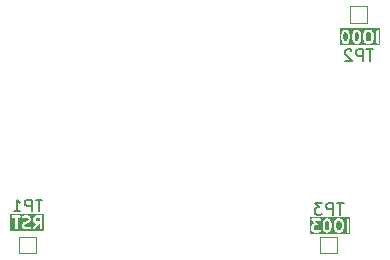
<source format=gbr>
%TF.GenerationSoftware,KiCad,Pcbnew,8.0.6*%
%TF.CreationDate,2025-01-21T08:23:13-05:00*%
%TF.ProjectId,vga_test,7667615f-7465-4737-942e-6b696361645f,rev?*%
%TF.SameCoordinates,Original*%
%TF.FileFunction,Legend,Bot*%
%TF.FilePolarity,Positive*%
%FSLAX46Y46*%
G04 Gerber Fmt 4.6, Leading zero omitted, Abs format (unit mm)*
G04 Created by KiCad (PCBNEW 8.0.6) date 2025-01-21 08:23:13*
%MOMM*%
%LPD*%
G01*
G04 APERTURE LIST*
%ADD10C,0.200000*%
%ADD11C,0.150000*%
%ADD12C,0.120000*%
G04 APERTURE END LIST*
D10*
G36*
X106509662Y-66507024D02*
G01*
X106534331Y-66531692D01*
X106569784Y-66602599D01*
X106611755Y-66770480D01*
X106611755Y-66983956D01*
X106569784Y-67151837D01*
X106534331Y-67222743D01*
X106509662Y-67247413D01*
X106450053Y-67277219D01*
X106402029Y-67277219D01*
X106342419Y-67247414D01*
X106317752Y-67222746D01*
X106282297Y-67151837D01*
X106240327Y-66983956D01*
X106240327Y-66770481D01*
X106282297Y-66602599D01*
X106317751Y-66531692D01*
X106342419Y-66507023D01*
X106402029Y-66477219D01*
X106450053Y-66477219D01*
X106509662Y-66507024D01*
G37*
G36*
X107462043Y-66507024D02*
G01*
X107486712Y-66531692D01*
X107522165Y-66602599D01*
X107564136Y-66770480D01*
X107564136Y-66983956D01*
X107522165Y-67151837D01*
X107486712Y-67222743D01*
X107462043Y-67247413D01*
X107402434Y-67277219D01*
X107354410Y-67277219D01*
X107294800Y-67247414D01*
X107270133Y-67222746D01*
X107234678Y-67151837D01*
X107192708Y-66983956D01*
X107192708Y-66770481D01*
X107234678Y-66602599D01*
X107270132Y-66531692D01*
X107294800Y-66507023D01*
X107354410Y-66477219D01*
X107402434Y-66477219D01*
X107462043Y-66507024D01*
G37*
G36*
X108509661Y-66507023D02*
G01*
X108573840Y-66571202D01*
X108611755Y-66722861D01*
X108611755Y-67031575D01*
X108573839Y-67183235D01*
X108509663Y-67247413D01*
X108450053Y-67277219D01*
X108306791Y-67277219D01*
X108247181Y-67247414D01*
X108183004Y-67183236D01*
X108145089Y-67031575D01*
X108145089Y-66722862D01*
X108183004Y-66571202D01*
X108247183Y-66507023D01*
X108306791Y-66477219D01*
X108450053Y-66477219D01*
X108509661Y-66507023D01*
G37*
G36*
X109351437Y-67588330D02*
G01*
X105929216Y-67588330D01*
X105929216Y-66758171D01*
X106040327Y-66758171D01*
X106040327Y-66996266D01*
X106040662Y-66999668D01*
X106040445Y-67001127D01*
X106041524Y-67008424D01*
X106042248Y-67015775D01*
X106042812Y-67017138D01*
X106043313Y-67020520D01*
X106090932Y-67210995D01*
X106091445Y-67212432D01*
X106091497Y-67213155D01*
X106094605Y-67221279D01*
X106097527Y-67229456D01*
X106097957Y-67230036D01*
X106098503Y-67231463D01*
X106146122Y-67326701D01*
X106151405Y-67335093D01*
X106152417Y-67337537D01*
X106154673Y-67340286D01*
X106156565Y-67343291D01*
X106158559Y-67345020D01*
X106164854Y-67352690D01*
X106212472Y-67400310D01*
X106220140Y-67406603D01*
X106221872Y-67408600D01*
X106224880Y-67410493D01*
X106227626Y-67412747D01*
X106230066Y-67413757D01*
X106238463Y-67419043D01*
X106333700Y-67466662D01*
X106352009Y-67473668D01*
X106355592Y-67473922D01*
X106358913Y-67475298D01*
X106378422Y-67477219D01*
X106473660Y-67477219D01*
X106493169Y-67475298D01*
X106496489Y-67473922D01*
X106500073Y-67473668D01*
X106518381Y-67466662D01*
X106613619Y-67419043D01*
X106622014Y-67413758D01*
X106624456Y-67412747D01*
X106627203Y-67410491D01*
X106630209Y-67408600D01*
X106631939Y-67406605D01*
X106639609Y-67400310D01*
X106687228Y-67352690D01*
X106693520Y-67345023D01*
X106695517Y-67343292D01*
X106697410Y-67340284D01*
X106699665Y-67337537D01*
X106700676Y-67335095D01*
X106705960Y-67326701D01*
X106753579Y-67231464D01*
X106754125Y-67230035D01*
X106754555Y-67229456D01*
X106757476Y-67221279D01*
X106760585Y-67213155D01*
X106760636Y-67212434D01*
X106761150Y-67210996D01*
X106808769Y-67020520D01*
X106809269Y-67017138D01*
X106809834Y-67015775D01*
X106810557Y-67008424D01*
X106811637Y-67001127D01*
X106811419Y-66999668D01*
X106811755Y-66996266D01*
X106811755Y-66758171D01*
X106992708Y-66758171D01*
X106992708Y-66996266D01*
X106993043Y-66999668D01*
X106992826Y-67001127D01*
X106993905Y-67008424D01*
X106994629Y-67015775D01*
X106995193Y-67017138D01*
X106995694Y-67020520D01*
X107043313Y-67210995D01*
X107043826Y-67212432D01*
X107043878Y-67213155D01*
X107046986Y-67221279D01*
X107049908Y-67229456D01*
X107050338Y-67230036D01*
X107050884Y-67231463D01*
X107098503Y-67326701D01*
X107103786Y-67335093D01*
X107104798Y-67337537D01*
X107107054Y-67340286D01*
X107108946Y-67343291D01*
X107110940Y-67345020D01*
X107117235Y-67352690D01*
X107164853Y-67400310D01*
X107172521Y-67406603D01*
X107174253Y-67408600D01*
X107177261Y-67410493D01*
X107180007Y-67412747D01*
X107182447Y-67413757D01*
X107190844Y-67419043D01*
X107286081Y-67466662D01*
X107304390Y-67473668D01*
X107307973Y-67473922D01*
X107311294Y-67475298D01*
X107330803Y-67477219D01*
X107426041Y-67477219D01*
X107445550Y-67475298D01*
X107448870Y-67473922D01*
X107452454Y-67473668D01*
X107470762Y-67466662D01*
X107566000Y-67419043D01*
X107574395Y-67413758D01*
X107576837Y-67412747D01*
X107579584Y-67410491D01*
X107582590Y-67408600D01*
X107584320Y-67406605D01*
X107591990Y-67400310D01*
X107639609Y-67352690D01*
X107645901Y-67345023D01*
X107647898Y-67343292D01*
X107649791Y-67340284D01*
X107652046Y-67337537D01*
X107653057Y-67335095D01*
X107658341Y-67326701D01*
X107705960Y-67231464D01*
X107706506Y-67230035D01*
X107706936Y-67229456D01*
X107709857Y-67221279D01*
X107712966Y-67213155D01*
X107713017Y-67212434D01*
X107713531Y-67210996D01*
X107761150Y-67020520D01*
X107761650Y-67017138D01*
X107762215Y-67015775D01*
X107762938Y-67008424D01*
X107764018Y-67001127D01*
X107763800Y-66999668D01*
X107764136Y-66996266D01*
X107764136Y-66758171D01*
X107763800Y-66754768D01*
X107764018Y-66753310D01*
X107762938Y-66746012D01*
X107762215Y-66738662D01*
X107761650Y-66737298D01*
X107761150Y-66733917D01*
X107755309Y-66710552D01*
X107945089Y-66710552D01*
X107945089Y-67043885D01*
X107945424Y-67047287D01*
X107945207Y-67048746D01*
X107946286Y-67056043D01*
X107947010Y-67063394D01*
X107947574Y-67064757D01*
X107948075Y-67068139D01*
X107995694Y-67258614D01*
X108002289Y-67277075D01*
X108006714Y-67283047D01*
X108009560Y-67289918D01*
X108021997Y-67305071D01*
X108117235Y-67400311D01*
X108124903Y-67406604D01*
X108126634Y-67408600D01*
X108129641Y-67410493D01*
X108132388Y-67412747D01*
X108134828Y-67413757D01*
X108143225Y-67419043D01*
X108238462Y-67466662D01*
X108256771Y-67473668D01*
X108260354Y-67473922D01*
X108263675Y-67475298D01*
X108283184Y-67477219D01*
X108473660Y-67477219D01*
X108493169Y-67475298D01*
X108496489Y-67473922D01*
X108500073Y-67473668D01*
X108518381Y-67466662D01*
X108613619Y-67419043D01*
X108622014Y-67413758D01*
X108624456Y-67412747D01*
X108627203Y-67410491D01*
X108630209Y-67408600D01*
X108631939Y-67406605D01*
X108639609Y-67400310D01*
X108734847Y-67305071D01*
X108747284Y-67289918D01*
X108750129Y-67283047D01*
X108754555Y-67277075D01*
X108761150Y-67258615D01*
X108808769Y-67068139D01*
X108809269Y-67064757D01*
X108809834Y-67063394D01*
X108810557Y-67056043D01*
X108811637Y-67048746D01*
X108811419Y-67047287D01*
X108811755Y-67043885D01*
X108811755Y-66710552D01*
X108811419Y-66707149D01*
X108811637Y-66705691D01*
X108810557Y-66698393D01*
X108809834Y-66691043D01*
X108809269Y-66689679D01*
X108808769Y-66686298D01*
X108761150Y-66495822D01*
X108754555Y-66477362D01*
X108750128Y-66471387D01*
X108747283Y-66464519D01*
X108734847Y-66449365D01*
X108662701Y-66377219D01*
X109040326Y-66377219D01*
X109040326Y-67377219D01*
X109042247Y-67396728D01*
X109057179Y-67432776D01*
X109084769Y-67460366D01*
X109120817Y-67475298D01*
X109159835Y-67475298D01*
X109195883Y-67460366D01*
X109223473Y-67432776D01*
X109238405Y-67396728D01*
X109240326Y-67377219D01*
X109240326Y-66377219D01*
X109238405Y-66357710D01*
X109223473Y-66321662D01*
X109195883Y-66294072D01*
X109159835Y-66279140D01*
X109120817Y-66279140D01*
X109084769Y-66294072D01*
X109057179Y-66321662D01*
X109042247Y-66357710D01*
X109040326Y-66377219D01*
X108662701Y-66377219D01*
X108639609Y-66354127D01*
X108631938Y-66347832D01*
X108630209Y-66345838D01*
X108627201Y-66343944D01*
X108624455Y-66341691D01*
X108622015Y-66340680D01*
X108613619Y-66335395D01*
X108518381Y-66287776D01*
X108500073Y-66280770D01*
X108496489Y-66280515D01*
X108493169Y-66279140D01*
X108473660Y-66277219D01*
X108283184Y-66277219D01*
X108263675Y-66279140D01*
X108260354Y-66280515D01*
X108256771Y-66280770D01*
X108238462Y-66287776D01*
X108143225Y-66335395D01*
X108134826Y-66340681D01*
X108132389Y-66341691D01*
X108129645Y-66343942D01*
X108126634Y-66345838D01*
X108124901Y-66347835D01*
X108117235Y-66354127D01*
X108021997Y-66449365D01*
X108009561Y-66464519D01*
X108006715Y-66471387D01*
X108002289Y-66477362D01*
X107995694Y-66495823D01*
X107948075Y-66686298D01*
X107947574Y-66689679D01*
X107947010Y-66691043D01*
X107946286Y-66698393D01*
X107945207Y-66705691D01*
X107945424Y-66707149D01*
X107945089Y-66710552D01*
X107755309Y-66710552D01*
X107713531Y-66543441D01*
X107713017Y-66542002D01*
X107712966Y-66541282D01*
X107709857Y-66533157D01*
X107706936Y-66524981D01*
X107706506Y-66524401D01*
X107705960Y-66522973D01*
X107658341Y-66427736D01*
X107653055Y-66419339D01*
X107652045Y-66416899D01*
X107649791Y-66414153D01*
X107647898Y-66411145D01*
X107645900Y-66409412D01*
X107639608Y-66401746D01*
X107591990Y-66354127D01*
X107584319Y-66347832D01*
X107582590Y-66345838D01*
X107579582Y-66343944D01*
X107576836Y-66341691D01*
X107574396Y-66340680D01*
X107566000Y-66335395D01*
X107470762Y-66287776D01*
X107452454Y-66280770D01*
X107448870Y-66280515D01*
X107445550Y-66279140D01*
X107426041Y-66277219D01*
X107330803Y-66277219D01*
X107311294Y-66279140D01*
X107307973Y-66280515D01*
X107304390Y-66280770D01*
X107286081Y-66287776D01*
X107190844Y-66335395D01*
X107182447Y-66340680D01*
X107180007Y-66341691D01*
X107177261Y-66343944D01*
X107174253Y-66345838D01*
X107172520Y-66347835D01*
X107164854Y-66354128D01*
X107117235Y-66401746D01*
X107110940Y-66409416D01*
X107108946Y-66411146D01*
X107107052Y-66414153D01*
X107104799Y-66416900D01*
X107103788Y-66419339D01*
X107098503Y-66427736D01*
X107050884Y-66522974D01*
X107050338Y-66524400D01*
X107049908Y-66524981D01*
X107046986Y-66533157D01*
X107043878Y-66541282D01*
X107043826Y-66542004D01*
X107043313Y-66543442D01*
X106995694Y-66733917D01*
X106995193Y-66737298D01*
X106994629Y-66738662D01*
X106993905Y-66746012D01*
X106992826Y-66753310D01*
X106993043Y-66754768D01*
X106992708Y-66758171D01*
X106811755Y-66758171D01*
X106811419Y-66754768D01*
X106811637Y-66753310D01*
X106810557Y-66746012D01*
X106809834Y-66738662D01*
X106809269Y-66737298D01*
X106808769Y-66733917D01*
X106761150Y-66543441D01*
X106760636Y-66542002D01*
X106760585Y-66541282D01*
X106757476Y-66533157D01*
X106754555Y-66524981D01*
X106754125Y-66524401D01*
X106753579Y-66522973D01*
X106705960Y-66427736D01*
X106700674Y-66419339D01*
X106699664Y-66416899D01*
X106697410Y-66414153D01*
X106695517Y-66411145D01*
X106693519Y-66409412D01*
X106687227Y-66401746D01*
X106639609Y-66354127D01*
X106631938Y-66347832D01*
X106630209Y-66345838D01*
X106627201Y-66343944D01*
X106624455Y-66341691D01*
X106622015Y-66340680D01*
X106613619Y-66335395D01*
X106518381Y-66287776D01*
X106500073Y-66280770D01*
X106496489Y-66280515D01*
X106493169Y-66279140D01*
X106473660Y-66277219D01*
X106378422Y-66277219D01*
X106358913Y-66279140D01*
X106355592Y-66280515D01*
X106352009Y-66280770D01*
X106333700Y-66287776D01*
X106238463Y-66335395D01*
X106230066Y-66340680D01*
X106227626Y-66341691D01*
X106224880Y-66343944D01*
X106221872Y-66345838D01*
X106220139Y-66347835D01*
X106212473Y-66354128D01*
X106164854Y-66401746D01*
X106158559Y-66409416D01*
X106156565Y-66411146D01*
X106154671Y-66414153D01*
X106152418Y-66416900D01*
X106151407Y-66419339D01*
X106146122Y-66427736D01*
X106098503Y-66522974D01*
X106097957Y-66524400D01*
X106097527Y-66524981D01*
X106094605Y-66533157D01*
X106091497Y-66541282D01*
X106091445Y-66542004D01*
X106090932Y-66543442D01*
X106043313Y-66733917D01*
X106042812Y-66737298D01*
X106042248Y-66738662D01*
X106041524Y-66746012D01*
X106040445Y-66753310D01*
X106040662Y-66754768D01*
X106040327Y-66758171D01*
X105929216Y-66758171D01*
X105929216Y-66166108D01*
X109351437Y-66166108D01*
X109351437Y-67588330D01*
G37*
G36*
X104952043Y-82497024D02*
G01*
X104976712Y-82521692D01*
X105012165Y-82592599D01*
X105054136Y-82760480D01*
X105054136Y-82973956D01*
X105012165Y-83141837D01*
X104976712Y-83212743D01*
X104952043Y-83237413D01*
X104892434Y-83267219D01*
X104844410Y-83267219D01*
X104784800Y-83237414D01*
X104760133Y-83212746D01*
X104724678Y-83141837D01*
X104682708Y-82973956D01*
X104682708Y-82760481D01*
X104724678Y-82592599D01*
X104760132Y-82521692D01*
X104784800Y-82497023D01*
X104844410Y-82467219D01*
X104892434Y-82467219D01*
X104952043Y-82497024D01*
G37*
G36*
X105999661Y-82497023D02*
G01*
X106063840Y-82561202D01*
X106101755Y-82712861D01*
X106101755Y-83021575D01*
X106063839Y-83173235D01*
X105999663Y-83237413D01*
X105940053Y-83267219D01*
X105796791Y-83267219D01*
X105737181Y-83237414D01*
X105673004Y-83173236D01*
X105635089Y-83021575D01*
X105635089Y-82712862D01*
X105673004Y-82561202D01*
X105737183Y-82497023D01*
X105796791Y-82467219D01*
X105940053Y-82467219D01*
X105999661Y-82497023D01*
G37*
G36*
X106841437Y-83578330D02*
G01*
X103419216Y-83578330D01*
X103419216Y-82938647D01*
X103530327Y-82938647D01*
X103530327Y-83176742D01*
X103532248Y-83196251D01*
X103533623Y-83199571D01*
X103533878Y-83203155D01*
X103540884Y-83221463D01*
X103588503Y-83316701D01*
X103593786Y-83325093D01*
X103594798Y-83327537D01*
X103597054Y-83330286D01*
X103598946Y-83333291D01*
X103600940Y-83335020D01*
X103607235Y-83342690D01*
X103654853Y-83390310D01*
X103662521Y-83396603D01*
X103664253Y-83398600D01*
X103667261Y-83400493D01*
X103670007Y-83402747D01*
X103672447Y-83403757D01*
X103680844Y-83409043D01*
X103776081Y-83456662D01*
X103794390Y-83463668D01*
X103797973Y-83463922D01*
X103801294Y-83465298D01*
X103820803Y-83467219D01*
X104106517Y-83467219D01*
X104126026Y-83465298D01*
X104129346Y-83463922D01*
X104132930Y-83463668D01*
X104151238Y-83456662D01*
X104246476Y-83409043D01*
X104254871Y-83403758D01*
X104257313Y-83402747D01*
X104260060Y-83400491D01*
X104263066Y-83398600D01*
X104264796Y-83396605D01*
X104272466Y-83390310D01*
X104320085Y-83342690D01*
X104332522Y-83327537D01*
X104347453Y-83291488D01*
X104347452Y-83252470D01*
X104332521Y-83216422D01*
X104304930Y-83188832D01*
X104268882Y-83173901D01*
X104229864Y-83173902D01*
X104193816Y-83188833D01*
X104178662Y-83201270D01*
X104142519Y-83237413D01*
X104082910Y-83267219D01*
X103844410Y-83267219D01*
X103784800Y-83237414D01*
X103760133Y-83212746D01*
X103730327Y-83153134D01*
X103730327Y-82962254D01*
X103760132Y-82902644D01*
X103784800Y-82877975D01*
X103844410Y-82848171D01*
X103963660Y-82848171D01*
X103973977Y-82847155D01*
X103976602Y-82847330D01*
X103978409Y-82846718D01*
X103983169Y-82846250D01*
X103998172Y-82840035D01*
X104013564Y-82834830D01*
X104016103Y-82832607D01*
X104019217Y-82831318D01*
X104030694Y-82819840D01*
X104042928Y-82809136D01*
X104044423Y-82806111D01*
X104046807Y-82803728D01*
X104053021Y-82788726D01*
X104060224Y-82774161D01*
X104060448Y-82770795D01*
X104061739Y-82767680D01*
X104061739Y-82751431D01*
X104061956Y-82748171D01*
X104482708Y-82748171D01*
X104482708Y-82986266D01*
X104483043Y-82989668D01*
X104482826Y-82991127D01*
X104483905Y-82998424D01*
X104484629Y-83005775D01*
X104485193Y-83007138D01*
X104485694Y-83010520D01*
X104533313Y-83200995D01*
X104533826Y-83202432D01*
X104533878Y-83203155D01*
X104536986Y-83211279D01*
X104539908Y-83219456D01*
X104540338Y-83220036D01*
X104540884Y-83221463D01*
X104588503Y-83316701D01*
X104593786Y-83325093D01*
X104594798Y-83327537D01*
X104597054Y-83330286D01*
X104598946Y-83333291D01*
X104600940Y-83335020D01*
X104607235Y-83342690D01*
X104654853Y-83390310D01*
X104662521Y-83396603D01*
X104664253Y-83398600D01*
X104667261Y-83400493D01*
X104670007Y-83402747D01*
X104672447Y-83403757D01*
X104680844Y-83409043D01*
X104776081Y-83456662D01*
X104794390Y-83463668D01*
X104797973Y-83463922D01*
X104801294Y-83465298D01*
X104820803Y-83467219D01*
X104916041Y-83467219D01*
X104935550Y-83465298D01*
X104938870Y-83463922D01*
X104942454Y-83463668D01*
X104960762Y-83456662D01*
X105056000Y-83409043D01*
X105064395Y-83403758D01*
X105066837Y-83402747D01*
X105069584Y-83400491D01*
X105072590Y-83398600D01*
X105074320Y-83396605D01*
X105081990Y-83390310D01*
X105129609Y-83342690D01*
X105135901Y-83335023D01*
X105137898Y-83333292D01*
X105139791Y-83330284D01*
X105142046Y-83327537D01*
X105143057Y-83325095D01*
X105148341Y-83316701D01*
X105195960Y-83221464D01*
X105196506Y-83220035D01*
X105196936Y-83219456D01*
X105199857Y-83211279D01*
X105202966Y-83203155D01*
X105203017Y-83202434D01*
X105203531Y-83200996D01*
X105251150Y-83010520D01*
X105251650Y-83007138D01*
X105252215Y-83005775D01*
X105252938Y-82998424D01*
X105254018Y-82991127D01*
X105253800Y-82989668D01*
X105254136Y-82986266D01*
X105254136Y-82748171D01*
X105253800Y-82744768D01*
X105254018Y-82743310D01*
X105252938Y-82736012D01*
X105252215Y-82728662D01*
X105251650Y-82727298D01*
X105251150Y-82723917D01*
X105245309Y-82700552D01*
X105435089Y-82700552D01*
X105435089Y-83033885D01*
X105435424Y-83037287D01*
X105435207Y-83038746D01*
X105436286Y-83046043D01*
X105437010Y-83053394D01*
X105437574Y-83054757D01*
X105438075Y-83058139D01*
X105485694Y-83248614D01*
X105492289Y-83267075D01*
X105496714Y-83273047D01*
X105499560Y-83279918D01*
X105511997Y-83295071D01*
X105607235Y-83390311D01*
X105614903Y-83396604D01*
X105616634Y-83398600D01*
X105619641Y-83400493D01*
X105622388Y-83402747D01*
X105624828Y-83403757D01*
X105633225Y-83409043D01*
X105728462Y-83456662D01*
X105746771Y-83463668D01*
X105750354Y-83463922D01*
X105753675Y-83465298D01*
X105773184Y-83467219D01*
X105963660Y-83467219D01*
X105983169Y-83465298D01*
X105986489Y-83463922D01*
X105990073Y-83463668D01*
X106008381Y-83456662D01*
X106103619Y-83409043D01*
X106112014Y-83403758D01*
X106114456Y-83402747D01*
X106117203Y-83400491D01*
X106120209Y-83398600D01*
X106121939Y-83396605D01*
X106129609Y-83390310D01*
X106224847Y-83295071D01*
X106237284Y-83279918D01*
X106240129Y-83273047D01*
X106244555Y-83267075D01*
X106251150Y-83248615D01*
X106298769Y-83058139D01*
X106299269Y-83054757D01*
X106299834Y-83053394D01*
X106300557Y-83046043D01*
X106301637Y-83038746D01*
X106301419Y-83037287D01*
X106301755Y-83033885D01*
X106301755Y-82700552D01*
X106301419Y-82697149D01*
X106301637Y-82695691D01*
X106300557Y-82688393D01*
X106299834Y-82681043D01*
X106299269Y-82679679D01*
X106298769Y-82676298D01*
X106251150Y-82485822D01*
X106244555Y-82467362D01*
X106240128Y-82461387D01*
X106237283Y-82454519D01*
X106224847Y-82439365D01*
X106152701Y-82367219D01*
X106530326Y-82367219D01*
X106530326Y-83367219D01*
X106532247Y-83386728D01*
X106547179Y-83422776D01*
X106574769Y-83450366D01*
X106610817Y-83465298D01*
X106649835Y-83465298D01*
X106685883Y-83450366D01*
X106713473Y-83422776D01*
X106728405Y-83386728D01*
X106730326Y-83367219D01*
X106730326Y-82367219D01*
X106728405Y-82347710D01*
X106713473Y-82311662D01*
X106685883Y-82284072D01*
X106649835Y-82269140D01*
X106610817Y-82269140D01*
X106574769Y-82284072D01*
X106547179Y-82311662D01*
X106532247Y-82347710D01*
X106530326Y-82367219D01*
X106152701Y-82367219D01*
X106129609Y-82344127D01*
X106121938Y-82337832D01*
X106120209Y-82335838D01*
X106117201Y-82333944D01*
X106114455Y-82331691D01*
X106112015Y-82330680D01*
X106103619Y-82325395D01*
X106008381Y-82277776D01*
X105990073Y-82270770D01*
X105986489Y-82270515D01*
X105983169Y-82269140D01*
X105963660Y-82267219D01*
X105773184Y-82267219D01*
X105753675Y-82269140D01*
X105750354Y-82270515D01*
X105746771Y-82270770D01*
X105728462Y-82277776D01*
X105633225Y-82325395D01*
X105624826Y-82330681D01*
X105622389Y-82331691D01*
X105619645Y-82333942D01*
X105616634Y-82335838D01*
X105614901Y-82337835D01*
X105607235Y-82344127D01*
X105511997Y-82439365D01*
X105499561Y-82454519D01*
X105496715Y-82461387D01*
X105492289Y-82467362D01*
X105485694Y-82485823D01*
X105438075Y-82676298D01*
X105437574Y-82679679D01*
X105437010Y-82681043D01*
X105436286Y-82688393D01*
X105435207Y-82695691D01*
X105435424Y-82697149D01*
X105435089Y-82700552D01*
X105245309Y-82700552D01*
X105203531Y-82533441D01*
X105203017Y-82532002D01*
X105202966Y-82531282D01*
X105199857Y-82523157D01*
X105196936Y-82514981D01*
X105196506Y-82514401D01*
X105195960Y-82512973D01*
X105148341Y-82417736D01*
X105143055Y-82409339D01*
X105142045Y-82406899D01*
X105139791Y-82404153D01*
X105137898Y-82401145D01*
X105135900Y-82399412D01*
X105129608Y-82391746D01*
X105081990Y-82344127D01*
X105074319Y-82337832D01*
X105072590Y-82335838D01*
X105069582Y-82333944D01*
X105066836Y-82331691D01*
X105064396Y-82330680D01*
X105056000Y-82325395D01*
X104960762Y-82277776D01*
X104942454Y-82270770D01*
X104938870Y-82270515D01*
X104935550Y-82269140D01*
X104916041Y-82267219D01*
X104820803Y-82267219D01*
X104801294Y-82269140D01*
X104797973Y-82270515D01*
X104794390Y-82270770D01*
X104776081Y-82277776D01*
X104680844Y-82325395D01*
X104672447Y-82330680D01*
X104670007Y-82331691D01*
X104667261Y-82333944D01*
X104664253Y-82335838D01*
X104662520Y-82337835D01*
X104654854Y-82344128D01*
X104607235Y-82391746D01*
X104600940Y-82399416D01*
X104598946Y-82401146D01*
X104597052Y-82404153D01*
X104594799Y-82406900D01*
X104593788Y-82409339D01*
X104588503Y-82417736D01*
X104540884Y-82512974D01*
X104540338Y-82514400D01*
X104539908Y-82514981D01*
X104536986Y-82523157D01*
X104533878Y-82531282D01*
X104533826Y-82532004D01*
X104533313Y-82533442D01*
X104485694Y-82723917D01*
X104485193Y-82727298D01*
X104484629Y-82728662D01*
X104483905Y-82736012D01*
X104482826Y-82743310D01*
X104483043Y-82744768D01*
X104482708Y-82748171D01*
X104061956Y-82748171D01*
X104062819Y-82735229D01*
X104061739Y-82732035D01*
X104061739Y-82728662D01*
X104055523Y-82713656D01*
X104050319Y-82698268D01*
X104047537Y-82694377D01*
X104046807Y-82692614D01*
X104044947Y-82690754D01*
X104038918Y-82682321D01*
X103850704Y-82467219D01*
X104249374Y-82467219D01*
X104268883Y-82465298D01*
X104304931Y-82450366D01*
X104332521Y-82422776D01*
X104347453Y-82386728D01*
X104347453Y-82347710D01*
X104332521Y-82311662D01*
X104304931Y-82284072D01*
X104268883Y-82269140D01*
X104249374Y-82267219D01*
X103630327Y-82267219D01*
X103620009Y-82268234D01*
X103617385Y-82268060D01*
X103615577Y-82268671D01*
X103610818Y-82269140D01*
X103595812Y-82275355D01*
X103580424Y-82280560D01*
X103577884Y-82282781D01*
X103574770Y-82284072D01*
X103563285Y-82295556D01*
X103551060Y-82306254D01*
X103549564Y-82309277D01*
X103547180Y-82311662D01*
X103540963Y-82326668D01*
X103533763Y-82341229D01*
X103533538Y-82344594D01*
X103532248Y-82347710D01*
X103532248Y-82363958D01*
X103531168Y-82380161D01*
X103532248Y-82383354D01*
X103532248Y-82386728D01*
X103538463Y-82401733D01*
X103543668Y-82417122D01*
X103546449Y-82421012D01*
X103547180Y-82422776D01*
X103549039Y-82424635D01*
X103555069Y-82433069D01*
X103759690Y-82666923D01*
X103680844Y-82706347D01*
X103672447Y-82711632D01*
X103670007Y-82712643D01*
X103667261Y-82714896D01*
X103664253Y-82716790D01*
X103662520Y-82718787D01*
X103654854Y-82725080D01*
X103607235Y-82772698D01*
X103600940Y-82780368D01*
X103598946Y-82782098D01*
X103597052Y-82785105D01*
X103594799Y-82787852D01*
X103593788Y-82790291D01*
X103588503Y-82798688D01*
X103540884Y-82893926D01*
X103533878Y-82912234D01*
X103533623Y-82915817D01*
X103532248Y-82919138D01*
X103530327Y-82938647D01*
X103419216Y-82938647D01*
X103419216Y-82156108D01*
X106841437Y-82156108D01*
X106841437Y-83578330D01*
G37*
G36*
X80553412Y-82523827D02*
G01*
X80296067Y-82523827D01*
X80236457Y-82494022D01*
X80211789Y-82469353D01*
X80181984Y-82409743D01*
X80181984Y-82314101D01*
X80211789Y-82254491D01*
X80236457Y-82229822D01*
X80296067Y-82200018D01*
X80553412Y-82200018D01*
X80553412Y-82523827D01*
G37*
G36*
X80864523Y-83311129D02*
G01*
X78063270Y-83311129D01*
X78063270Y-82080509D01*
X78174381Y-82080509D01*
X78174381Y-82119527D01*
X78189313Y-82155575D01*
X78216903Y-82183165D01*
X78252951Y-82198097D01*
X78272460Y-82200018D01*
X78458174Y-82200018D01*
X78458174Y-83100018D01*
X78460095Y-83119527D01*
X78475027Y-83155575D01*
X78502617Y-83183165D01*
X78538665Y-83198097D01*
X78577683Y-83198097D01*
X78613731Y-83183165D01*
X78641321Y-83155575D01*
X78656253Y-83119527D01*
X78658174Y-83100018D01*
X78658174Y-82814303D01*
X79029603Y-82814303D01*
X79029603Y-82909541D01*
X79031524Y-82929050D01*
X79032899Y-82932370D01*
X79033154Y-82935954D01*
X79040160Y-82954262D01*
X79087779Y-83049500D01*
X79093062Y-83057892D01*
X79094074Y-83060336D01*
X79096330Y-83063085D01*
X79098222Y-83066090D01*
X79100216Y-83067819D01*
X79106511Y-83075489D01*
X79154129Y-83123109D01*
X79161797Y-83129402D01*
X79163529Y-83131399D01*
X79166537Y-83133292D01*
X79169283Y-83135546D01*
X79171723Y-83136556D01*
X79180120Y-83141842D01*
X79275357Y-83189461D01*
X79293666Y-83196467D01*
X79297249Y-83196721D01*
X79300570Y-83198097D01*
X79320079Y-83200018D01*
X79558174Y-83200018D01*
X79568047Y-83199045D01*
X79570681Y-83199233D01*
X79574144Y-83198445D01*
X79577683Y-83198097D01*
X79580125Y-83197085D01*
X79589797Y-83194886D01*
X79732653Y-83147267D01*
X79750554Y-83139276D01*
X79780030Y-83113711D01*
X79797479Y-83078812D01*
X79800246Y-83039892D01*
X79787907Y-83002876D01*
X79762342Y-82973400D01*
X79727443Y-82955950D01*
X79688523Y-82953184D01*
X79669408Y-82957531D01*
X79541947Y-83000018D01*
X79343686Y-83000018D01*
X79284076Y-82970213D01*
X79259409Y-82945545D01*
X79229603Y-82885933D01*
X79229603Y-82837910D01*
X79259408Y-82778300D01*
X79284076Y-82753631D01*
X79354983Y-82718178D01*
X79534808Y-82673222D01*
X79536245Y-82672708D01*
X79536968Y-82672657D01*
X79545092Y-82669548D01*
X79553269Y-82666627D01*
X79553849Y-82666196D01*
X79555276Y-82665651D01*
X79650514Y-82618032D01*
X79658910Y-82612746D01*
X79661350Y-82611736D01*
X79664096Y-82609482D01*
X79667104Y-82607589D01*
X79668833Y-82605594D01*
X79676504Y-82599300D01*
X79724122Y-82551681D01*
X79730414Y-82544014D01*
X79732412Y-82542282D01*
X79734305Y-82539273D01*
X79736559Y-82536528D01*
X79737569Y-82534087D01*
X79742855Y-82525691D01*
X79790474Y-82430454D01*
X79797480Y-82412145D01*
X79797734Y-82408561D01*
X79799110Y-82405241D01*
X79801031Y-82385732D01*
X79801031Y-82290494D01*
X79981984Y-82290494D01*
X79981984Y-82433351D01*
X79983905Y-82452860D01*
X79985280Y-82456180D01*
X79985535Y-82459764D01*
X79992541Y-82478072D01*
X80040160Y-82573310D01*
X80045445Y-82581706D01*
X80046456Y-82584146D01*
X80048709Y-82586892D01*
X80050603Y-82589900D01*
X80052597Y-82591629D01*
X80058892Y-82599300D01*
X80106511Y-82646918D01*
X80114177Y-82653210D01*
X80115910Y-82655208D01*
X80118918Y-82657101D01*
X80121664Y-82659355D01*
X80124104Y-82660365D01*
X80132501Y-82665651D01*
X80227738Y-82713270D01*
X80230028Y-82714146D01*
X80000061Y-83042672D01*
X79990447Y-83059756D01*
X79982007Y-83097850D01*
X79988788Y-83136275D01*
X80009757Y-83169180D01*
X80041722Y-83191555D01*
X80079816Y-83199995D01*
X80118241Y-83193214D01*
X80151146Y-83172245D01*
X80163907Y-83157364D01*
X80467382Y-82723827D01*
X80553412Y-82723827D01*
X80553412Y-83100018D01*
X80555333Y-83119527D01*
X80570265Y-83155575D01*
X80597855Y-83183165D01*
X80633903Y-83198097D01*
X80672921Y-83198097D01*
X80708969Y-83183165D01*
X80736559Y-83155575D01*
X80751491Y-83119527D01*
X80753412Y-83100018D01*
X80753412Y-82100018D01*
X80751491Y-82080509D01*
X80736559Y-82044461D01*
X80708969Y-82016871D01*
X80672921Y-82001939D01*
X80653412Y-82000018D01*
X80272460Y-82000018D01*
X80252951Y-82001939D01*
X80249630Y-82003314D01*
X80246047Y-82003569D01*
X80227738Y-82010575D01*
X80132501Y-82058194D01*
X80124104Y-82063479D01*
X80121664Y-82064490D01*
X80118918Y-82066743D01*
X80115910Y-82068637D01*
X80114177Y-82070634D01*
X80106511Y-82076927D01*
X80058892Y-82124545D01*
X80052597Y-82132215D01*
X80050603Y-82133945D01*
X80048709Y-82136952D01*
X80046456Y-82139699D01*
X80045445Y-82142138D01*
X80040160Y-82150535D01*
X79992541Y-82245773D01*
X79985535Y-82264081D01*
X79985280Y-82267664D01*
X79983905Y-82270985D01*
X79981984Y-82290494D01*
X79801031Y-82290494D01*
X79799110Y-82270985D01*
X79797734Y-82267664D01*
X79797480Y-82264081D01*
X79790474Y-82245772D01*
X79742855Y-82150535D01*
X79737569Y-82142138D01*
X79736559Y-82139698D01*
X79734305Y-82136952D01*
X79732412Y-82133944D01*
X79730414Y-82132211D01*
X79724122Y-82124545D01*
X79676504Y-82076926D01*
X79668833Y-82070631D01*
X79667104Y-82068637D01*
X79664096Y-82066743D01*
X79661350Y-82064490D01*
X79658910Y-82063479D01*
X79650514Y-82058194D01*
X79555276Y-82010575D01*
X79536968Y-82003569D01*
X79533384Y-82003314D01*
X79530064Y-82001939D01*
X79510555Y-82000018D01*
X79272460Y-82000018D01*
X79262586Y-82000990D01*
X79259952Y-82000803D01*
X79256488Y-82001590D01*
X79252951Y-82001939D01*
X79250509Y-82002950D01*
X79240837Y-82005150D01*
X79097980Y-82052769D01*
X79080080Y-82060760D01*
X79050604Y-82086325D01*
X79033154Y-82121224D01*
X79030388Y-82160144D01*
X79042726Y-82197160D01*
X79068291Y-82226636D01*
X79103190Y-82244086D01*
X79142110Y-82246852D01*
X79161226Y-82242505D01*
X79288686Y-82200018D01*
X79486948Y-82200018D01*
X79546557Y-82229823D01*
X79571226Y-82254491D01*
X79601031Y-82314101D01*
X79601031Y-82362125D01*
X79571226Y-82421734D01*
X79546557Y-82446402D01*
X79475650Y-82481856D01*
X79295825Y-82526813D01*
X79294386Y-82527326D01*
X79293666Y-82527378D01*
X79285541Y-82530486D01*
X79277365Y-82533408D01*
X79276785Y-82533837D01*
X79275357Y-82534384D01*
X79180120Y-82582003D01*
X79171723Y-82587288D01*
X79169283Y-82588299D01*
X79166537Y-82590552D01*
X79163529Y-82592446D01*
X79161796Y-82594443D01*
X79154130Y-82600736D01*
X79106511Y-82648354D01*
X79100216Y-82656024D01*
X79098222Y-82657754D01*
X79096328Y-82660761D01*
X79094075Y-82663508D01*
X79093064Y-82665947D01*
X79087779Y-82674344D01*
X79040160Y-82769582D01*
X79033154Y-82787890D01*
X79032899Y-82791473D01*
X79031524Y-82794794D01*
X79029603Y-82814303D01*
X78658174Y-82814303D01*
X78658174Y-82200018D01*
X78843888Y-82200018D01*
X78863397Y-82198097D01*
X78899445Y-82183165D01*
X78927035Y-82155575D01*
X78941967Y-82119527D01*
X78941967Y-82080509D01*
X78927035Y-82044461D01*
X78899445Y-82016871D01*
X78863397Y-82001939D01*
X78843888Y-82000018D01*
X78272460Y-82000018D01*
X78252951Y-82001939D01*
X78216903Y-82016871D01*
X78189313Y-82044461D01*
X78174381Y-82080509D01*
X78063270Y-82080509D01*
X78063270Y-81888907D01*
X80864523Y-81888907D01*
X80864523Y-83311129D01*
G37*
D11*
X80758132Y-80664532D02*
X80186704Y-80664532D01*
X80472418Y-81664532D02*
X80472418Y-80664532D01*
X79853370Y-81664532D02*
X79853370Y-80664532D01*
X79853370Y-80664532D02*
X79472418Y-80664532D01*
X79472418Y-80664532D02*
X79377180Y-80712151D01*
X79377180Y-80712151D02*
X79329561Y-80759770D01*
X79329561Y-80759770D02*
X79281942Y-80855008D01*
X79281942Y-80855008D02*
X79281942Y-80997865D01*
X79281942Y-80997865D02*
X79329561Y-81093103D01*
X79329561Y-81093103D02*
X79377180Y-81140722D01*
X79377180Y-81140722D02*
X79472418Y-81188341D01*
X79472418Y-81188341D02*
X79853370Y-81188341D01*
X78329561Y-81664532D02*
X78900989Y-81664532D01*
X78615275Y-81664532D02*
X78615275Y-80664532D01*
X78615275Y-80664532D02*
X78710513Y-80807389D01*
X78710513Y-80807389D02*
X78805751Y-80902627D01*
X78805751Y-80902627D02*
X78900989Y-80950246D01*
X106261904Y-80954819D02*
X105690476Y-80954819D01*
X105976190Y-81954819D02*
X105976190Y-80954819D01*
X105357142Y-81954819D02*
X105357142Y-80954819D01*
X105357142Y-80954819D02*
X104976190Y-80954819D01*
X104976190Y-80954819D02*
X104880952Y-81002438D01*
X104880952Y-81002438D02*
X104833333Y-81050057D01*
X104833333Y-81050057D02*
X104785714Y-81145295D01*
X104785714Y-81145295D02*
X104785714Y-81288152D01*
X104785714Y-81288152D02*
X104833333Y-81383390D01*
X104833333Y-81383390D02*
X104880952Y-81431009D01*
X104880952Y-81431009D02*
X104976190Y-81478628D01*
X104976190Y-81478628D02*
X105357142Y-81478628D01*
X104452380Y-80954819D02*
X103833333Y-80954819D01*
X103833333Y-80954819D02*
X104166666Y-81335771D01*
X104166666Y-81335771D02*
X104023809Y-81335771D01*
X104023809Y-81335771D02*
X103928571Y-81383390D01*
X103928571Y-81383390D02*
X103880952Y-81431009D01*
X103880952Y-81431009D02*
X103833333Y-81526247D01*
X103833333Y-81526247D02*
X103833333Y-81764342D01*
X103833333Y-81764342D02*
X103880952Y-81859580D01*
X103880952Y-81859580D02*
X103928571Y-81907200D01*
X103928571Y-81907200D02*
X104023809Y-81954819D01*
X104023809Y-81954819D02*
X104309523Y-81954819D01*
X104309523Y-81954819D02*
X104404761Y-81907200D01*
X104404761Y-81907200D02*
X104452380Y-81859580D01*
X108771904Y-67954819D02*
X108200476Y-67954819D01*
X108486190Y-68954819D02*
X108486190Y-67954819D01*
X107867142Y-68954819D02*
X107867142Y-67954819D01*
X107867142Y-67954819D02*
X107486190Y-67954819D01*
X107486190Y-67954819D02*
X107390952Y-68002438D01*
X107390952Y-68002438D02*
X107343333Y-68050057D01*
X107343333Y-68050057D02*
X107295714Y-68145295D01*
X107295714Y-68145295D02*
X107295714Y-68288152D01*
X107295714Y-68288152D02*
X107343333Y-68383390D01*
X107343333Y-68383390D02*
X107390952Y-68431009D01*
X107390952Y-68431009D02*
X107486190Y-68478628D01*
X107486190Y-68478628D02*
X107867142Y-68478628D01*
X106914761Y-68050057D02*
X106867142Y-68002438D01*
X106867142Y-68002438D02*
X106771904Y-67954819D01*
X106771904Y-67954819D02*
X106533809Y-67954819D01*
X106533809Y-67954819D02*
X106438571Y-68002438D01*
X106438571Y-68002438D02*
X106390952Y-68050057D01*
X106390952Y-68050057D02*
X106343333Y-68145295D01*
X106343333Y-68145295D02*
X106343333Y-68240533D01*
X106343333Y-68240533D02*
X106390952Y-68383390D01*
X106390952Y-68383390D02*
X106962380Y-68954819D01*
X106962380Y-68954819D02*
X106343333Y-68954819D01*
D12*
%TO.C,TP1*%
X78800000Y-83800000D02*
X80200000Y-83800000D01*
X78800000Y-85200000D02*
X78800000Y-83800000D01*
X80200000Y-83800000D02*
X80200000Y-85200000D01*
X80200000Y-85200000D02*
X78800000Y-85200000D01*
%TO.C,TP3*%
X104300000Y-83800000D02*
X105700000Y-83800000D01*
X104300000Y-85200000D02*
X104300000Y-83800000D01*
X105700000Y-83800000D02*
X105700000Y-85200000D01*
X105700000Y-85200000D02*
X104300000Y-85200000D01*
%TO.C,TP2*%
X106810000Y-64310000D02*
X108210000Y-64310000D01*
X106810000Y-65710000D02*
X106810000Y-64310000D01*
X108210000Y-64310000D02*
X108210000Y-65710000D01*
X108210000Y-65710000D02*
X106810000Y-65710000D01*
%TD*%
M02*

</source>
